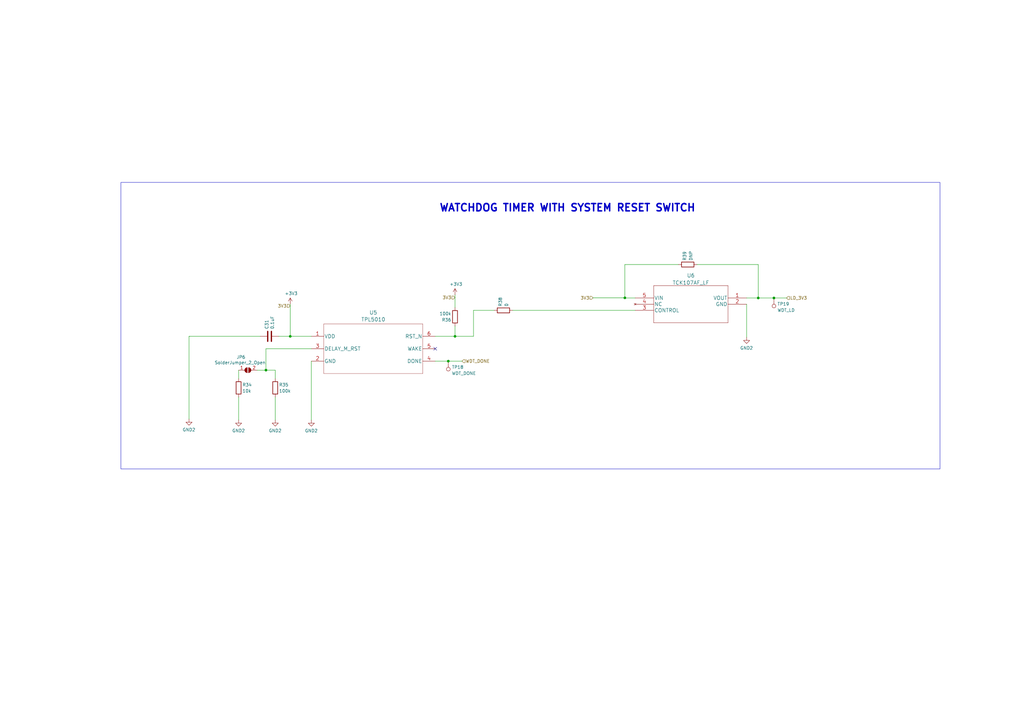
<source format=kicad_sch>
(kicad_sch (version 20231120) (generator "eeschema") (generator_version "8.0")
  (paper "A3")
  (title_block (title "packetRFMS") (date "2024-03-21") (rev "PCB_00132_6A_2124") (company "Packetworx Inc."))
  (lib_symbols
    (symbol "Connector:TestPoint" (pin_numbers hide) (pin_names (offset 0.762) hide)
      (property "Reference" "TP" (at 0 6.858 0))
      (property "Value" "TestPoint" (at 0 5.08 0))
      (symbol "TestPoint_0_1"
        (circle (center 0 3.302) (radius 0.762))
      )
      (symbol "TestPoint_1_1"
        (pin passive line (at 0 0 90) (length 2.54) (name "1") (number "1"))
      )
    )
    (symbol "Device:C" (pin_numbers hide) (pin_names (offset 0.254))
      (property "Reference" "C" (at 0.635 2.54 0))
      (property "Value" "C" (at 0.635 -2.54 0))
      (symbol "C_0_1"
        (polyline (pts (xy -2.032 -0.762) (xy 2.032 -0.762)) (stroke (width 0.508)))
        (polyline (pts (xy -2.032 0.762) (xy 2.032 0.762)) (stroke (width 0.508)))
      )
      (symbol "C_1_1"
        (pin passive line (at 0 3.81 270) (length 2.794) (name "~") (number "1"))
        (pin passive line (at 0 -3.81 90) (length 2.794) (name "~") (number "2"))
      )
    )
    (symbol "Device:R" (pin_numbers hide) (pin_names (offset 0))
      (property "Reference" "R" (at 2.032 0 90))
      (property "Value" "R" (at 0 0 90))
      (symbol "R_0_1"
        (rectangle (start -1.016 -2.54) (end 1.016 2.54) (stroke (width 0.254)))
      )
      (symbol "R_1_1"
        (pin passive line (at 0 3.81 270) (length 1.27) (name "~") (number "1"))
        (pin passive line (at 0 -3.81 90) (length 1.27) (name "~") (number "2"))
      )
    )
    (symbol "Jumper:SolderJumper_2_Open" (pin_names (offset 0) hide)
      (property "Reference" "JP" (at 0 2.032 0))
      (property "Value" "SolderJumper_2_Open" (at 0 -2.54 0))
      (symbol "SolderJumper_2_Open_0_1"
        (arc (start -0.254 1.016) (mid -1.2656 0) (end -0.254 -1.016))
        (arc (start -0.254 1.016) (mid -1.2656 0) (end -0.254 -1.016) (fill (type outline)))
        (polyline (pts (xy -0.254 1.016) (xy -0.254 -1.016)))
        (polyline (pts (xy 0.254 1.016) (xy 0.254 -1.016)))
        (arc (start 0.254 -1.016) (mid 1.2656 0) (end 0.254 1.016))
        (arc (start 0.254 -1.016) (mid 1.2656 0) (end 0.254 1.016) (fill (type outline)))
      )
      (symbol "SolderJumper_2_Open_1_1"
        (pin passive line (at -3.81 0 0) (length 2.54) (name "A") (number "1"))
        (pin passive line (at 3.81 0 180) (length 2.54) (name "B") (number "2"))
      )
    )
    (symbol "power:+3V3" (power) (pin_names (offset 0))
      (property "Value" "+3V3" (at 0 3.556 0))
      (symbol "+3V3_0_1"
        (polyline (pts (xy -0.762 1.27) (xy 0 2.54)))
        (polyline (pts (xy 0 0) (xy 0 2.54)))
        (polyline (pts (xy 0 2.54) (xy 0.762 1.27)))
      )
      (symbol "+3V3_1_1"
        (pin power_in line (at 0 0 90) (length 0) hide (name "+3V3") (number "1"))
      )
    )
    (symbol "power:GND2" (power) (pin_names (offset 0))
      (property "Value" "GND2" (at 0 -3.81 0))
      (symbol "GND2_0_1"
        (polyline (pts (xy 0 0) (xy 0 -1.27) (xy 1.27 -1.27) (xy 0 -2.54) (xy -1.27 -1.27) (xy 0 -1.27)))
      )
      (symbol "GND2_1_1"
        (pin power_in line (at 0 0 270) (length 0) hide (name "GND2") (number "1"))
      )
    )
    (symbol "tpl5010:TPL5010DDCT" (pin_names (offset 0.254))
      (property "Reference" "U11" (at 0 14.841 0))
      (property "Value" "TPL5010" (at 0 12.0082 0))
      (symbol "TPL5010DDCT_1_1"
        (polyline (pts (xy -20.32 -10.16) (xy 20.32 -10.16)) (stroke (width 0.1016)))
        (polyline (pts (xy -20.32 10.16) (xy -20.32 -10.16)) (stroke (width 0.1016)))
        (polyline (pts (xy 20.32 -10.16) (xy 20.32 10.16)) (stroke (width 0.1016)))
        (polyline (pts (xy 20.32 10.16) (xy -20.32 10.16)) (stroke (width 0.1016)))
        (pin power_in line (at -25.4 5.08 0) (length 5.08) (name "VDD") (number "1"))
        (pin bidirectional line (at -25.4 -5.08 0) (length 5.08) (name "GND") (number "2"))
        (pin input line (at -25.4 0 0) (length 5.08) (name "DELAY_M_RST") (number "3"))
        (pin input line (at 25.4 -5.08 180) (length 5.08) (name "DONE") (number "4"))
        (pin output line (at 25.4 0 180) (length 5.08) (name "WAKE") (number "5"))
        (pin output line (at 25.4 5.08 180) (length 5.08) (name "RST_N") (number "6"))
      )
    )
    (symbol "ul_TCK107:TCK108AF_LF" (pin_names (offset 0.254))
      (property "Reference" "U10" (at 22.86 9.2276 0))
      (property "Value" "TCK107AF_LF" (at 22.86 6.2342 0))
      (symbol "TCK108AF_LF_1_1"
        (polyline (pts (xy 7.62 -10.16) (xy 38.1 -10.16)) (stroke (width 0.127)))
        (polyline (pts (xy 7.62 5.08) (xy 7.62 -10.16)) (stroke (width 0.127)))
        (polyline (pts (xy 38.1 -10.16) (xy 38.1 5.08)) (stroke (width 0.127)))
        (polyline (pts (xy 38.1 5.08) (xy 7.62 5.08)) (stroke (width 0.127)))
        (pin power_out line (at 0 0 0) (length 7.62) (name "VOUT") (number "1"))
        (pin bidirectional line (at 0 -2.54 0) (length 7.62) (name "GND") (number "2"))
        (pin unspecified line (at 45.72 -5.08 180) (length 7.62) (name "CONTROL") (number "3"))
        (pin no_connect line (at 45.72 -2.54 180) (length 7.62) (name "NC") (number "4"))
        (pin power_in line (at 45.72 0 180) (length 7.62) (name "VIN") (number "5"))
      )
    )
  )
  (junction (at 183.8772 148.1157))
  (junction (at 119.0457 137.9557))
  (junction (at 109.0817 151.8064))
  (junction (at 310.9923 122.2178))
  (junction (at 317.43 122.2178))
  (junction (at 256.2905 122.1681))
  (junction (at 186.6204 137.9557))
  (no_connect (at 178.5054 143.0357))
  (wire (pts (xy 109.0817 151.8121) (xy 105.4822 151.8121)))
  (wire (pts (xy 119.0457 137.9557) (xy 127.7054 137.9557)))
  (wire (pts (xy 77.5249 137.9623) (xy 77.5249 171.8681)))
  (wire (pts (xy 127.7054 143.0357) (xy 109.0817 143.0357)))
  (wire (pts (xy 186.6204 133.7306) (xy 186.6204 137.9557)))
  (wire (pts (xy 77.7789 137.9557) (xy 106.7477 137.9557)))
  (wire (pts (xy 186.6204 120.9449) (xy 186.6204 126.1106)))
  (wire (pts (xy 178.5054 148.1157) (xy 183.8772 148.1157)))
  (wire (pts (xy 285.8911 108.4965) (xy 310.9923 108.4965)))
  (wire (pts (xy 186.6204 137.9557) (xy 194.2052 137.9557)))
  (wire (pts (xy 77.7789 137.9623) (xy 77.7789 137.9557)))
  (wire (pts (xy 210.2975 127.2978) (xy 260.4895 127.2978)))
  (wire (pts (xy 310.9923 122.2178) (xy 317.43 122.2178)))
  (wire (pts (xy 243.2308 122.1681) (xy 256.2905 122.1681)))
  (wire (pts (xy 178.5054 137.9557) (xy 186.6204 137.9557)))
  (wire (pts (xy 97.8622 155.2745) (xy 97.8622 151.8121)))
  (wire (pts (xy 256.2905 122.2178) (xy 260.4895 122.2178)))
  (wire (pts (xy 127.7054 148.1157) (xy 127.7054 172.2731)))
  (wire (pts (xy 109.0817 151.8064) (xy 109.0817 151.8121)))
  (wire (pts (xy 77.5249 137.9623) (xy 77.7789 137.9623)))
  (wire (pts (xy 109.0817 143.0357) (xy 109.0817 151.8064)))
  (wire (pts (xy 306.2095 124.7578) (xy 306.2095 138.3555)))
  (wire (pts (xy 183.8772 148.1157) (xy 189.4974 148.1157)))
  (wire (pts (xy 114.3677 137.9557) (xy 119.0457 137.9557)))
  (wire (pts (xy 310.9923 122.2178) (xy 306.2095 122.2178)))
  (wire (pts (xy 256.2905 108.4965) (xy 256.2905 122.1681)))
  (wire (pts (xy 256.2905 122.1681) (xy 256.2905 122.2178)))
  (wire (pts (xy 310.9923 108.4965) (xy 310.9923 122.2178)))
  (wire (pts (xy 119.0457 124.7649) (xy 119.0457 137.9557)))
  (wire (pts (xy 97.8622 162.8945) (xy 97.8622 172.2513)))
  (wire (pts (xy 112.889 162.8888) (xy 112.889 172.2456)))
  (wire (pts (xy 202.6775 127.2978) (xy 194.2052 127.2978)))
  (wire (pts (xy 278.2711 108.4965) (xy 256.2905 108.4965)))
  (wire (pts (xy 112.889 155.2688) (xy 112.889 151.8064)))
  (wire (pts (xy 317.43 122.2178) (xy 322.5911 122.2178)))
  (wire (pts (xy 112.889 151.8064) (xy 109.0817 151.8064)))
  (wire (pts (xy 194.2052 127.2978) (xy 194.2052 137.9557)))
  (rectangle (start 49.597 74.8205) (end 385.5373 192.3372))
  (text "WATCHDOG TIMER WITH SYSTEM RESET SWITCH" (at 180.0782 87.1327 0) (effects (font (size 3 3) (bold yes)) (justify left bottom)))
  (hierarchical_label "3V3" (shape input) (at 119.0457 125.4594 180))
  (hierarchical_label "WDT_DONE" (shape input) (at 189.4974 148.1157 0))
  (hierarchical_label "LD_3V3" (shape input) (at 322.5911 122.2178 0))
  (hierarchical_label "3V3" (shape input) (at 243.2308 122.1681 180))
  (hierarchical_label "3V3" (shape input) (at 186.6204 122.0453 180))
  (symbol (lib_id "power:GND2") (at 127.7054 172.2731 0) (unit 1)
    (property "Reference" "#PWR077" (effects (hide yes)))
    (property "Value" "GND2" (at 127.6885 176.6578 0))
  )
  (symbol (lib_id "Connector:TestPoint") (at 317.43 122.2178 180) (unit 1)
    (property "Reference" "TP19" (at 318.827 124.6851 0) (effects (justify right)))
    (property "Value" "WDT_LD" (at 318.827 127.222 0) (effects (justify right)))
    (property "Footprint" "TestPoint:TestPoint_Pad_D1.0mm" (effects (hide yes)))
  )
  (symbol (lib_id "power:+3V3") (at 119.0457 124.7649 0) (unit 1)
    (property "Reference" "#PWR076" (effects (hide yes)))
    (property "Value" "+3V3" (at 119.4267 120.3707 0))
  )
  (symbol (lib_id "power:+3V3") (at 186.6204 120.9449 0) (unit 1)
    (property "Reference" "#PWR078" (effects (hide yes)))
    (property "Value" "+3V3" (at 187.0014 116.5507 0))
  )
  (symbol (lib_id "power:GND2") (at 77.5249 171.8681 0) (unit 1)
    (property "Reference" "#PWR073" (effects (hide yes)))
    (property "Value" "GND2" (at 77.508 176.2528 0))
  )
  (symbol (lib_id "Device:R") (at 112.889 159.0788 0) (unit 1)
    (property "Reference" "R35" (at 114.413 157.8088 0) (effects (justify left)))
    (property "Value" "100k" (at 114.413 160.3488 0) (effects (justify left)))
    (property "Footprint" "Resistor_SMD:R_0603_1608Metric" (effects (hide yes)))
  )
  (symbol (lib_id "Jumper:SolderJumper_2_Open") (at 101.6722 151.8121 0) (unit 1)
    (property "Reference" "JP6" (at 98.8482 146.4715 0))
    (property "Value" "SolderJumper_2_Open" (at 98.4716 148.7312 0))
    (property "Footprint" "Connector_PinHeader_2.54mm:PinHeader_1x02_P2.54mm_Vertical" (effects (hide yes)))
  )
  (symbol (lib_id "Device:R") (at 206.4875 127.2978 90) (unit 1)
    (property "Reference" "R38" (at 205.2175 125.7738 0) (effects (justify left)))
    (property "Value" "0" (at 207.7575 125.7738 0) (effects (justify left)))
    (property "Footprint" "Resistor_SMD:R_0603_1608Metric" (effects (hide yes)))
    (property "LCSC" "C21189" (effects (hide yes)))
  )
  (symbol (lib_id "Device:R") (at 97.8622 159.0845 0) (unit 1)
    (property "Reference" "R34" (at 99.3862 157.8145 0) (effects (justify left)))
    (property "Value" "10k" (at 99.3862 160.3545 0) (effects (justify left)))
    (property "Footprint" "Resistor_SMD:R_0603_1608Metric" (effects (hide yes)))
    (property "LCSC" "C98220" (effects (hide yes)))
  )
  (symbol (lib_id "Device:C") (at 110.5577 137.9557 90) (unit 1)
    (property "Reference" "C31" (at 109.3893 135.0347 0) (effects (justify left)))
    (property "Value" "0.1uF" (at 111.7007 135.0347 0) (effects (justify left)))
    (property "Footprint" "Capacitor_SMD:C_0603_1608Metric" (effects (hide yes)))
    (property "Datasheet" "https://connect.kemet.com:7667/gateway/IntelliData-ComponentDocumentation/1.0/download/datasheet/C0603C104J4RACTU" (effects (hide yes)))
    (property "Manufacturer_Name" "KEMET" (effects (hide yes)))
    (property "Manufacturer_Part_Number" "C0603C104J4RAC7867" (effects (hide yes)))
    (property "Price" "6.55000" (effects (hide yes)))
    (property "Purchase-URL" "https://www.digikey.ph/en/products/detail/kemet/C0603C104J4RAC7867/411096" (effects (hide yes)))
    (property "LCSC" "C1591" (effects (hide yes)))
  )
  (symbol (lib_id "power:GND2") (at 112.889 172.2456 0) (unit 1)
    (property "Reference" "#PWR075" (effects (hide yes)))
    (property "Value" "GND2" (at 112.8721 176.6303 0))
  )
  (symbol (lib_id "Connector:TestPoint") (at 183.8772 148.1157 180) (unit 1)
    (property "Reference" "TP18" (at 185.2742 150.583 0) (effects (justify right)))
    (property "Value" "WDT_DONE" (at 185.2742 153.1199 0) (effects (justify right)))
    (property "Footprint" "TestPoint:TestPoint_Pad_D1.0mm" (effects (hide yes)))
  )
  (symbol (lib_id "ul_TCK107:TCK108AF_LF") (at 306.2095 122.2178 0) (mirror y) (unit 1)
    (property "Reference" "U6" (at 283.3495 112.9902 0) (effects (font (size 1.524 1.524))))
    (property "Value" "TCK107AF_LF" (at 283.3495 115.9836 0) (effects (font (size 1.524 1.524))))
    (property "Footprint" "PWX-Footprints-SNAP:TCK108AF_LF" (effects (hide yes)))
  )
  (symbol (lib_id "power:GND2") (at 97.8622 172.2513 0) (unit 1)
    (property "Reference" "#PWR074" (effects (hide yes)))
    (property "Value" "GND2" (at 97.8453 176.636 0))
  )
  (symbol (lib_id "Device:R") (at 186.6204 129.9206 180) (unit 1)
    (property "Reference" "R36" (at 185.0964 131.1906 0) (effects (justify left)))
    (property "Value" "100k" (at 185.0964 128.6506 0) (effects (justify left)))
    (property "Footprint" "Resistor_SMD:R_0603_1608Metric" (effects (hide yes)))
    (property "LCSC" "C14675" (effects (hide yes)))
  )
  (symbol (lib_id "tpl5010:TPL5010DDCT") (at 153.1054 143.0357 0) (unit 1)
    (property "Reference" "U5" (at 153.1054 128.1947 0) (effects (font (size 1.524 1.524))))
    (property "Value" "TPL5010" (at 153.1054 131.0275 0) (effects (font (size 1.524 1.524))))
    (property "Footprint" "PWX-Footprints-SNAP:TPL5010DDCR" (effects (hide yes)))
    (property "LCSC" "C473912" (effects (hide yes)))
  )
  (symbol (lib_id "power:GND2") (at 306.2095 138.3555 0) (unit 1)
    (property "Reference" "#PWR079" (effects (hide yes)))
    (property "Value" "GND2" (at 306.1926 142.7402 0))
  )
  (symbol (lib_id "Device:R") (at 282.0811 108.4965 90) (unit 1)
    (property "Reference" "R39" (at 280.8111 106.9725 0) (effects (justify left)))
    (property "Value" "DNP" (at 283.3511 106.9725 0) (effects (justify left)))
    (property "Footprint" "Resistor_SMD:R_0805_2012Metric" (effects (hide yes)))
  )
)
</source>
